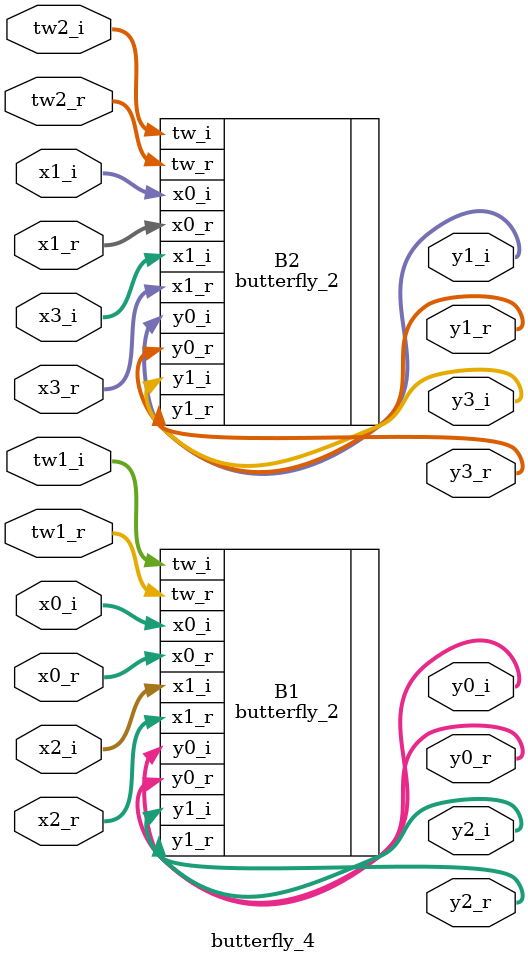
<source format=v>
module butterfly_4 #
	(
	parameter N = 16,
	parameter Q = 8
	)
	(
	input  signed  [N-1:0]  x0_r,
	input  signed  [N-1:0]  x0_i,
	input  signed  [N-1:0]  x1_r,
	input  signed  [N-1:0]  x1_i,
	input  signed  [N-1:0]  x2_r,
	input  signed  [N-1:0]  x2_i,
	input  signed  [N-1:0]  x3_r,
	input  signed  [N-1:0]  x3_i,

	input  signed  [N-1:0]  tw1_r,
	input  signed  [N-1:0]  tw1_i,
	input  signed  [N-1:0]  tw2_r,
	input  signed  [N-1:0]  tw2_i,

	output signed  [N-1:0]  y0_r, 
	output signed  [N-1:0]  y0_i,
	output signed  [N-1:0]  y1_r,
	output signed  [N-1:0]  y1_i,
	output signed  [N-1:0]  y2_r,
	output signed  [N-1:0]  y2_i, 
	output signed  [N-1:0]  y3_r,
	output signed  [N-1:0]  y3_i   
	);


//1st butterfly
butterfly_2 # (.N(N), .Q(Q)) B1
	(
	.x0_r(x0_r),
	.x0_i(x0_i),
	.x1_r(x2_r),
	.x1_i(x2_i),
	.tw_r(tw1_r),
	.tw_i(tw1_i),
	.y0_r(y0_r),
	.y0_i(y0_i),
	.y1_r(y2_r),
	.y1_i(y2_i)
	);


//2nd butterfly
butterfly_2 # (.N(N), .Q(Q)) B2
	(
	.x0_r(x1_r),
	.x0_i(x1_i),
	.x1_r(x3_r),
	.x1_i(x3_i),
	.tw_r(tw2_r),
	.tw_i(tw2_i),
	.y0_r(y1_r),
	.y0_i(y1_i),
	.y1_r(y3_r),
	.y1_i(y3_i)
	);


endmodule

</source>
